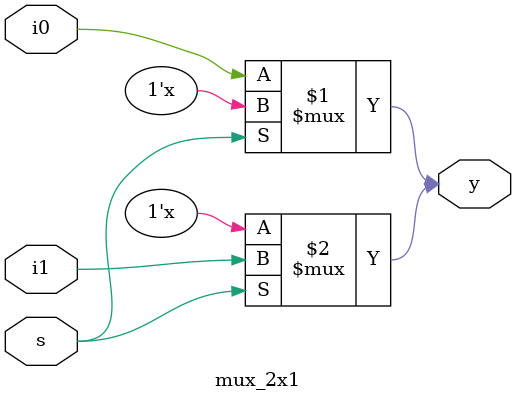
<source format=v>
module mux_2x1 ( i0, i1, s, y );
  input i0;
  input i1;
  input s;
  output y;
  
  wire w;
  
  not n1 ( w, s );
  
  bufif1 b1 ( y, i0, w );
  bufif1 b2 ( y, i1, s );
  
endmodule

</source>
